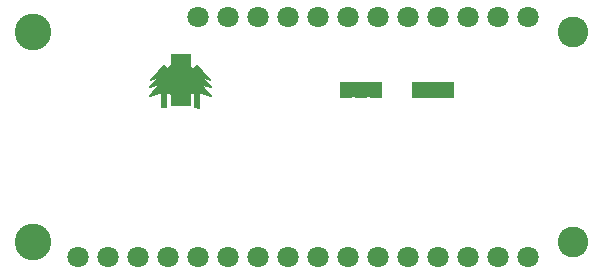
<source format=gbs>
G04 #@! TF.GenerationSoftware,KiCad,Pcbnew,(5.0.0-rc2-dev-444-g2974a2c10)*
G04 #@! TF.CreationDate,2019-11-26T19:34:52-08:00*
G04 #@! TF.ProjectId,StemmaWing_Backpack,5374656D6D6157696E675F4261636B70,v02*
G04 #@! TF.SameCoordinates,Original*
G04 #@! TF.FileFunction,Soldermask,Bot*
G04 #@! TF.FilePolarity,Negative*
%FSLAX46Y46*%
G04 Gerber Fmt 4.6, Leading zero omitted, Abs format (unit mm)*
G04 Created by KiCad (PCBNEW (5.0.0-rc2-dev-444-g2974a2c10)) date 11/26/19 19:34:52*
%MOMM*%
%LPD*%
G01*
G04 APERTURE LIST*
%ADD10C,0.150000*%
%ADD11R,1.071600X1.371600*%
%ADD12C,1.801600*%
%ADD13C,2.601600*%
%ADD14C,3.101600*%
%ADD15R,1.701600X1.301600*%
G04 APERTURE END LIST*
D10*
G36*
X145450000Y-91650000D02*
X145450000Y-90500000D01*
X142100000Y-90500000D01*
X142100000Y-91650000D01*
X145450000Y-91650000D01*
G37*
X145450000Y-91650000D02*
X145450000Y-90500000D01*
X142100000Y-90500000D01*
X142100000Y-91650000D01*
X145450000Y-91650000D01*
G36*
X139300000Y-91600000D02*
X139300000Y-90500000D01*
X136000000Y-90500000D01*
X136000000Y-91600000D01*
X139300000Y-91600000D01*
G37*
X139300000Y-91600000D02*
X139300000Y-90500000D01*
X136000000Y-90500000D01*
X136000000Y-91600000D01*
X139300000Y-91600000D01*
G36*
X121038000Y-89054000D02*
X119938000Y-90224000D01*
X120818000Y-89794000D01*
X119838000Y-90814000D01*
X120708000Y-90554000D01*
X119858000Y-91594000D01*
X120858000Y-91284000D01*
X120858000Y-92554000D01*
X121188000Y-92554000D01*
X121188000Y-91284000D01*
X122178000Y-91594000D01*
X121368000Y-90584000D01*
X122158000Y-90774000D01*
X121348000Y-89894000D01*
X121978000Y-90094000D01*
X121038000Y-89054000D01*
G37*
X121038000Y-89054000D02*
X119938000Y-90224000D01*
X120818000Y-89794000D01*
X119838000Y-90814000D01*
X120708000Y-90554000D01*
X119858000Y-91594000D01*
X120858000Y-91284000D01*
X120858000Y-92554000D01*
X121188000Y-92554000D01*
X121188000Y-91284000D01*
X122178000Y-91594000D01*
X121368000Y-90584000D01*
X122158000Y-90774000D01*
X121348000Y-89894000D01*
X121978000Y-90094000D01*
X121038000Y-89054000D01*
G36*
X122428000Y-88284000D02*
X121318000Y-89384000D01*
X122304000Y-89047000D01*
X121218000Y-90034000D01*
X122304000Y-89682000D01*
X121208000Y-90824000D01*
X122258000Y-90444000D01*
X122258000Y-91774000D01*
X122638000Y-91774000D01*
X122638000Y-90444000D01*
X123768000Y-90764000D01*
X122558000Y-89682000D01*
X123668000Y-89984000D01*
X122558000Y-89047000D01*
X123488000Y-89404000D01*
X122428000Y-88284000D01*
G37*
X122428000Y-88284000D02*
X121318000Y-89384000D01*
X122304000Y-89047000D01*
X121218000Y-90034000D01*
X122304000Y-89682000D01*
X121208000Y-90824000D01*
X122258000Y-90444000D01*
X122258000Y-91774000D01*
X122638000Y-91774000D01*
X122638000Y-90444000D01*
X123768000Y-90764000D01*
X122558000Y-89682000D01*
X123668000Y-89984000D01*
X122558000Y-89047000D01*
X123488000Y-89404000D01*
X122428000Y-88284000D01*
G36*
X123818000Y-89034000D02*
X122748000Y-90214000D01*
X123618000Y-89824000D01*
X122658000Y-90824000D01*
X123568000Y-90504000D01*
X122648000Y-91624000D01*
X123658000Y-91264000D01*
X123655000Y-92552000D01*
X124018000Y-92564000D01*
X123998000Y-91284000D01*
X125008000Y-91624000D01*
X124108000Y-90544000D01*
X125008000Y-90804000D01*
X123998000Y-89774000D01*
X124918000Y-90234000D01*
X123818000Y-89034000D01*
G37*
X123818000Y-89034000D02*
X122748000Y-90214000D01*
X123618000Y-89824000D01*
X122658000Y-90824000D01*
X123568000Y-90504000D01*
X122648000Y-91624000D01*
X123658000Y-91264000D01*
X123655000Y-92552000D01*
X124018000Y-92564000D01*
X123998000Y-91284000D01*
X125008000Y-91624000D01*
X124108000Y-90544000D01*
X125008000Y-90804000D01*
X123998000Y-89774000D01*
X124918000Y-90234000D01*
X123818000Y-89034000D01*
G36*
X121408000Y-89354000D02*
X121408000Y-91154000D01*
X123418000Y-91174000D01*
X123418000Y-89374000D01*
X121408000Y-89354000D01*
G37*
X121408000Y-89354000D02*
X121408000Y-91154000D01*
X123418000Y-91174000D01*
X123418000Y-89374000D01*
X121408000Y-89354000D01*
D11*
X136398000Y-91059000D03*
X137668000Y-91059000D03*
X138938000Y-91059000D03*
X145034000Y-91059000D03*
X143764000Y-91059000D03*
X142494000Y-91059000D03*
D12*
X113715001Y-105206001D03*
X116255001Y-105206001D03*
X118795001Y-105206001D03*
X121335001Y-105206001D03*
X123875001Y-105206001D03*
X126415001Y-105206001D03*
X128955001Y-105206001D03*
X131495001Y-105206001D03*
X134035001Y-105206001D03*
X136575001Y-105206001D03*
X139115001Y-105206001D03*
X141655001Y-105206001D03*
X144195001Y-105206001D03*
X146735001Y-105206001D03*
X149275001Y-105206001D03*
X151815001Y-105206001D03*
X123875001Y-84886001D03*
X126415001Y-84886001D03*
X128955001Y-84886001D03*
X131495001Y-84886001D03*
X134035001Y-84886001D03*
X136575001Y-84886001D03*
X139115001Y-84886001D03*
X141655001Y-84886001D03*
X144195001Y-84886001D03*
X146735001Y-84886001D03*
X149275001Y-84886001D03*
X151815001Y-84886001D03*
D13*
X155625001Y-86156001D03*
X155625001Y-103936001D03*
D14*
X109905001Y-103936001D03*
X109905001Y-86156001D03*
D15*
X122428000Y-91824000D03*
X122428000Y-88624000D03*
M02*

</source>
